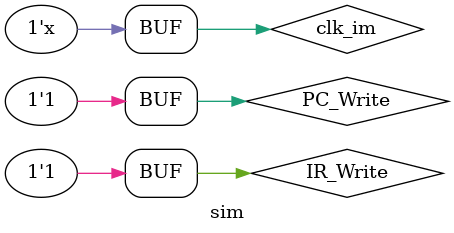
<source format=v>
`timescale 1ns / 1ps

module sim();
    reg rst_n;
    wire [3:0] FR;
    wire [31:0] PC;
    wire [31:0] inst;
    wire [31:0] W_Data;
    wire [31:0] A;
    wire [31:0] B;
    wire [31:0] F;
    wire [31:0] debug;
    wire [4:0] Next_ST;
    wire [31:0] pc;
    reg PC_Write;
    reg IR_Write;
    reg clk_im;
    
    Top u1(
    clk_im,
    rst_n,
    FR,
    FR,
    PC,
    inst,
    W_Data,

    Next_ST,
    );
    
     initial begin
        PC_Write = 1;
        IR_Write = 1;
        clk_im = 0;
    end
    
    always #40 begin
        clk_im = ~clk_im;
    end
endmodule

</source>
